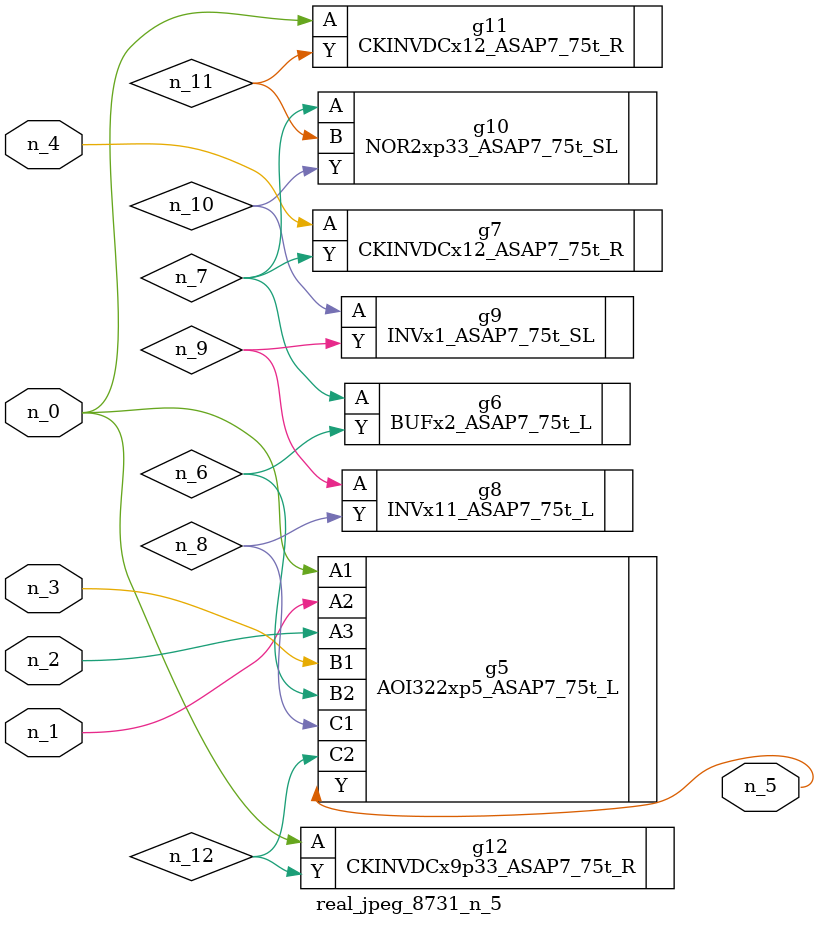
<source format=v>
module real_jpeg_8731_n_5 (n_4, n_0, n_1, n_2, n_3, n_5);

input n_4;
input n_0;
input n_1;
input n_2;
input n_3;

output n_5;

wire n_12;
wire n_8;
wire n_11;
wire n_6;
wire n_7;
wire n_10;
wire n_9;

AOI322xp5_ASAP7_75t_L g5 ( 
.A1(n_0),
.A2(n_1),
.A3(n_2),
.B1(n_3),
.B2(n_6),
.C1(n_8),
.C2(n_12),
.Y(n_5)
);

CKINVDCx12_ASAP7_75t_R g11 ( 
.A(n_0),
.Y(n_11)
);

CKINVDCx9p33_ASAP7_75t_R g12 ( 
.A(n_0),
.Y(n_12)
);

CKINVDCx12_ASAP7_75t_R g7 ( 
.A(n_4),
.Y(n_7)
);

BUFx2_ASAP7_75t_L g6 ( 
.A(n_7),
.Y(n_6)
);

NOR2xp33_ASAP7_75t_SL g10 ( 
.A(n_7),
.B(n_11),
.Y(n_10)
);

INVx11_ASAP7_75t_L g8 ( 
.A(n_9),
.Y(n_8)
);

INVx1_ASAP7_75t_SL g9 ( 
.A(n_10),
.Y(n_9)
);


endmodule
</source>
